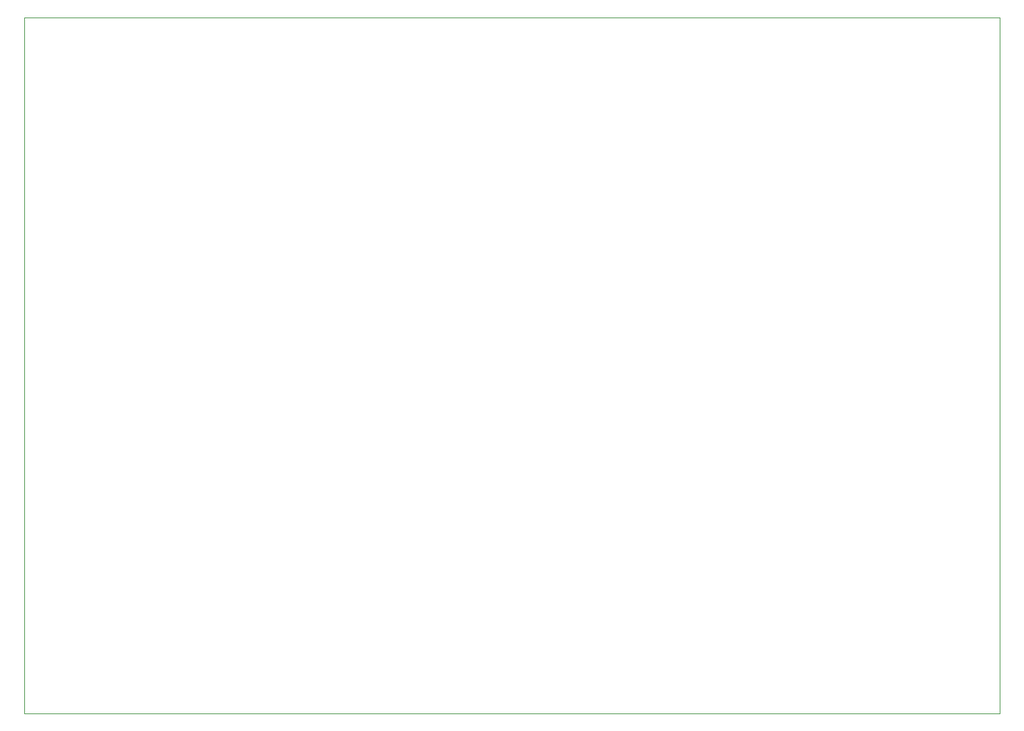
<source format=gbr>
%TF.GenerationSoftware,Altium Limited,Altium Designer,24.2.2 (26)*%
G04 Layer_Color=0*
%FSLAX45Y45*%
%MOMM*%
%TF.SameCoordinates,E03CB206-BB87-4E68-BEA4-A169BFC7E2EA*%
%TF.FilePolarity,Positive*%
%TF.FileFunction,Profile,NP*%
%TF.Part,CustomerPanel*%
G01*
G75*
%TA.AperFunction,Profile*%
%ADD68C,0.02540*%
D68*
X0Y0D02*
Y8737600D01*
X12242800D01*
X12242801Y0D01*
X0D01*
%TF.MD5,88c24f7f61fa859e28e7ec592400da97*%
M02*

</source>
